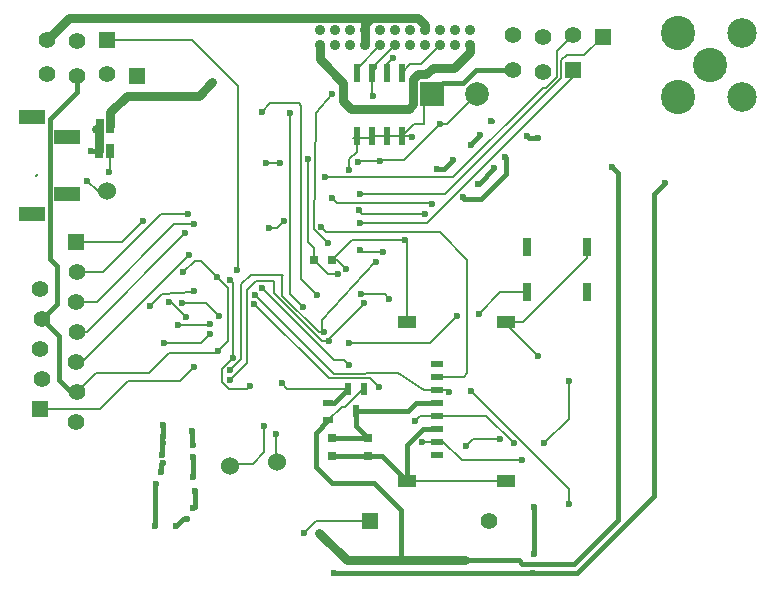
<source format=gbl>
G04 #@! TF.FileFunction,Copper,L2,Bot,Signal*
%FSLAX46Y46*%
G04 Gerber Fmt 4.6, Leading zero omitted, Abs format (unit mm)*
G04 Created by KiCad (PCBNEW (after 2015-may-01 BZR unknown)-product) date Sun 10 May 2015 22:33:08 EDT*
%MOMM*%
G01*
G04 APERTURE LIST*
%ADD10C,0.100000*%
%ADD11R,1.049020X0.599440*%
%ADD12R,1.501140X1.049020*%
%ADD13R,0.750000X0.800000*%
%ADD14C,1.998980*%
%ADD15R,1.998980X1.998980*%
%ADD16R,0.635000X1.270000*%
%ADD17R,1.397000X1.397000*%
%ADD18C,1.397000*%
%ADD19C,0.900000*%
%ADD20R,0.600000X1.550000*%
%ADD21R,2.301240X1.300480*%
%ADD22R,2.202180X1.300480*%
%ADD23C,2.900000*%
%ADD24C,2.500000*%
%ADD25R,0.599440X1.000760*%
%ADD26R,0.900000X0.500000*%
%ADD27R,0.762000X1.524000*%
%ADD28C,1.524000*%
%ADD29R,0.800000X0.750000*%
%ADD30R,1.400000X1.400000*%
%ADD31C,1.400000*%
%ADD32C,0.600000*%
%ADD33C,0.152400*%
%ADD34C,0.400000*%
%ADD35C,0.200000*%
%ADD36C,0.800000*%
G04 APERTURE END LIST*
D10*
D11*
X176830880Y-68955080D03*
X176830880Y-70054900D03*
X176830880Y-71154720D03*
X176830880Y-72254540D03*
X176830880Y-73354360D03*
X176830880Y-74454180D03*
X176830880Y-75554000D03*
X176830880Y-76653820D03*
D12*
X174301040Y-65399080D03*
X174301040Y-78850920D03*
X182700820Y-65399080D03*
X182700820Y-78850920D03*
D13*
X168000000Y-76750000D03*
X168000000Y-75250000D03*
X171000000Y-76750000D03*
X171000000Y-75250000D03*
D14*
X180260000Y-46100000D03*
D15*
X176450000Y-46100000D03*
D16*
X148300420Y-48800000D03*
X149199580Y-48800000D03*
X148250420Y-50950000D03*
X149149580Y-50950000D03*
D17*
X188390000Y-44089040D03*
D18*
X185850000Y-44210960D03*
X183310000Y-44089040D03*
D17*
X148940000Y-41539040D03*
D18*
X146400000Y-41660960D03*
X143860000Y-41539040D03*
X148920000Y-44439040D03*
X146380000Y-44560960D03*
D17*
X151460000Y-44560960D03*
D18*
X143840000Y-44439040D03*
X188370000Y-41139040D03*
X185830000Y-41260960D03*
D17*
X190910000Y-41260960D03*
D18*
X183290000Y-41139040D03*
D17*
X143289040Y-72780000D03*
D18*
X143410960Y-70240000D03*
X143289040Y-67700000D03*
X143410960Y-65160000D03*
X143289040Y-62620000D03*
X146410960Y-61170000D03*
X146289040Y-63710000D03*
X146410960Y-66250000D03*
X146289040Y-68790000D03*
X146410960Y-71330000D03*
D17*
X146289040Y-58630000D03*
D18*
X146289040Y-73870000D03*
D19*
X166920000Y-40730000D03*
X168190000Y-40730000D03*
X169460000Y-40730000D03*
X170730000Y-40730000D03*
X172000000Y-40730000D03*
X173270000Y-40730000D03*
X174540000Y-40730000D03*
X175810000Y-40730000D03*
X177080000Y-40730000D03*
X178350000Y-40730000D03*
X179620000Y-40730000D03*
X179620000Y-42000000D03*
X178350000Y-42000000D03*
X177080000Y-42000000D03*
X175810000Y-42000000D03*
X174540000Y-42000000D03*
X173270000Y-42000000D03*
X172000000Y-42000000D03*
X170730000Y-42000000D03*
X169460000Y-42000000D03*
X168190000Y-42000000D03*
X166920000Y-42000000D03*
D20*
X173855000Y-49700000D03*
X172585000Y-49700000D03*
X171315000Y-49700000D03*
X170045000Y-49700000D03*
X170045000Y-44300000D03*
X171315000Y-44300000D03*
X172585000Y-44300000D03*
X173855000Y-44300000D03*
D21*
X142575000Y-48075440D03*
D22*
X145574740Y-49774700D03*
D21*
X142575000Y-56274560D03*
D22*
X145574740Y-54575300D03*
D23*
X200000000Y-43650000D03*
D24*
X202700020Y-40949980D03*
D23*
X197299980Y-40949980D03*
X197299980Y-46350020D03*
D24*
X202700020Y-46350020D03*
D25*
X170650240Y-71050040D03*
X169349760Y-71050040D03*
X170000000Y-72949960D03*
D26*
X167650000Y-72250000D03*
X167650000Y-73750000D03*
D27*
X184460000Y-62905000D03*
X189540000Y-62905000D03*
X184460000Y-59095000D03*
X189540000Y-59095000D03*
D28*
X163350000Y-77250000D03*
X159375000Y-77575000D03*
X148925000Y-54350000D03*
D29*
X166450000Y-60200000D03*
X167950000Y-60200000D03*
D30*
X171225000Y-82275000D03*
D31*
X181225000Y-82275000D03*
D32*
X156150000Y-74625000D03*
X156200000Y-75850000D03*
X156200000Y-76875000D03*
X156200000Y-78525000D03*
X156350000Y-79725000D03*
X156225000Y-81175000D03*
X155700000Y-82075000D03*
X154725000Y-82725000D03*
X153000000Y-82675000D03*
X153075000Y-79100000D03*
X153525000Y-78150000D03*
X153625000Y-77325000D03*
X153550000Y-76650000D03*
X153625000Y-75700000D03*
X153700000Y-75150000D03*
X153675000Y-74175000D03*
X161050000Y-70800000D03*
X185425000Y-68325000D03*
X185025000Y-86700000D03*
X185100000Y-85100000D03*
X185100000Y-81100000D03*
X196200000Y-53625000D03*
X168150000Y-86650000D03*
X173100000Y-43050000D03*
X174775000Y-49750000D03*
X169425000Y-52550000D03*
X159325000Y-61850000D03*
X159575000Y-68425000D03*
X169175000Y-60950000D03*
X174150000Y-58450000D03*
X181425000Y-48400000D03*
X180500000Y-49625000D03*
X179750000Y-50450000D03*
X181725000Y-52400000D03*
X180350000Y-53700000D03*
X178250000Y-51725000D03*
X176900000Y-52500000D03*
X179050000Y-54850000D03*
X182625000Y-51425000D03*
X184500000Y-49675000D03*
X185375000Y-49800000D03*
X172825000Y-63450000D03*
X170400000Y-63075000D03*
X170350000Y-59350000D03*
X172300000Y-59450000D03*
X191700000Y-52275000D03*
X179250000Y-85575000D03*
X166875000Y-83275000D03*
X163575000Y-51975000D03*
X162375000Y-51925000D03*
X165925000Y-51575000D03*
X155375000Y-61225000D03*
X158225000Y-61575000D03*
X170200000Y-51850000D03*
X172050000Y-51800000D03*
X177100000Y-48650000D03*
X168500000Y-61375000D03*
X158325000Y-67850000D03*
X179350000Y-75950000D03*
X182200000Y-75350000D03*
X167050000Y-57400000D03*
X161425000Y-63100000D03*
X177875000Y-71350000D03*
X183350000Y-75675000D03*
X174975000Y-73825000D03*
X169450000Y-69050000D03*
X162075000Y-62550000D03*
X175600000Y-75575000D03*
X171925000Y-70925000D03*
X161400000Y-63900000D03*
X188025000Y-70450000D03*
X185950000Y-75700000D03*
X184075000Y-77125000D03*
X147525000Y-50925000D03*
X157850000Y-45125000D03*
X158400000Y-64925000D03*
X155250000Y-63800000D03*
X149100000Y-52725000D03*
X188390000Y-44089040D03*
X170350000Y-57000000D03*
X159950000Y-61050000D03*
X167400000Y-53150000D03*
X170300000Y-54600000D03*
X156250000Y-69225000D03*
X153750000Y-67225000D03*
X157650000Y-66425000D03*
X154950000Y-65650000D03*
X157625000Y-65625000D03*
X155775000Y-56275000D03*
X156325000Y-57150000D03*
X155550000Y-57900000D03*
X155875000Y-59725000D03*
X151975000Y-56875000D03*
X166725000Y-63150000D03*
X162025000Y-47600000D03*
X165525000Y-64125000D03*
X164450000Y-47725000D03*
X167600000Y-58750000D03*
X168000000Y-46075000D03*
X167975000Y-54925000D03*
X176450000Y-55450000D03*
X170250000Y-55950000D03*
X175875000Y-56250000D03*
X179750000Y-71300000D03*
X188000000Y-80800000D03*
X155650000Y-65025000D03*
X154150000Y-63750000D03*
X159375000Y-70325000D03*
X171475000Y-46250000D03*
X170650000Y-63800000D03*
X167700000Y-67000000D03*
X159350000Y-69475000D03*
X171700000Y-60350000D03*
X167300000Y-66250000D03*
X163725000Y-70575000D03*
X162650000Y-57450000D03*
X163900000Y-56900000D03*
X169400000Y-67225000D03*
X178550000Y-64925000D03*
X180375000Y-64750000D03*
X156325000Y-62800000D03*
X152600000Y-64025000D03*
X162250000Y-74250000D03*
X163200000Y-74900000D03*
X147250000Y-53450000D03*
X165600000Y-83300000D03*
D33*
X143050000Y-52900000D02*
X142900000Y-53050000D01*
D34*
X156150000Y-75800000D02*
X156150000Y-74625000D01*
X156200000Y-75850000D02*
X156150000Y-75800000D01*
X156200000Y-78525000D02*
X156200000Y-76875000D01*
X156350000Y-81050000D02*
X156350000Y-79725000D01*
X156225000Y-81175000D02*
X156350000Y-81050000D01*
X155375000Y-82075000D02*
X155700000Y-82075000D01*
X154725000Y-82725000D02*
X155375000Y-82075000D01*
X153000000Y-79175000D02*
X153000000Y-82675000D01*
X153075000Y-79100000D02*
X153000000Y-79175000D01*
X153525000Y-77425000D02*
X153525000Y-78150000D01*
X153625000Y-77325000D02*
X153525000Y-77425000D01*
X153550000Y-75775000D02*
X153550000Y-76650000D01*
X153625000Y-75700000D02*
X153550000Y-75775000D01*
X153700000Y-74200000D02*
X153700000Y-75150000D01*
X153675000Y-74175000D02*
X153700000Y-74200000D01*
D35*
X158625000Y-69375000D02*
X159575000Y-68425000D01*
X158625000Y-70475000D02*
X158625000Y-69375000D01*
X159225000Y-71075000D02*
X158625000Y-70475000D01*
X160775000Y-71075000D02*
X159225000Y-71075000D01*
X161050000Y-70800000D02*
X160775000Y-71075000D01*
X182700820Y-78850920D02*
X174301040Y-78850920D01*
X174301040Y-65399080D02*
X174301040Y-58601040D01*
X174301040Y-58601040D02*
X174150000Y-58450000D01*
X182700820Y-65399080D02*
X184175920Y-65399080D01*
X189540000Y-60035000D02*
X189540000Y-59095000D01*
X184175920Y-65399080D02*
X189540000Y-60035000D01*
X185425000Y-68325000D02*
X182700820Y-65600820D01*
X182700820Y-65600820D02*
X182700820Y-65399080D01*
D34*
X174301040Y-78850920D02*
X174301040Y-75848960D01*
X175695820Y-74454180D02*
X176830880Y-74454180D01*
X174301040Y-75848960D02*
X175695820Y-74454180D01*
X168000000Y-76750000D02*
X171000000Y-76750000D01*
X171000000Y-76750000D02*
X172200120Y-76750000D01*
X172200120Y-76750000D02*
X174301040Y-78850920D01*
X185100000Y-81100000D02*
X185100000Y-85100000D01*
X185025000Y-86700000D02*
X185025000Y-86650000D01*
X196200000Y-53625000D02*
X195225000Y-54600000D01*
X195225000Y-54600000D02*
X195225000Y-80125000D01*
X195225000Y-80125000D02*
X188700000Y-86650000D01*
X188700000Y-86650000D02*
X185025000Y-86650000D01*
X185025000Y-86650000D02*
X168150000Y-86650000D01*
D35*
X173100000Y-43050000D02*
X172585000Y-43565000D01*
X172585000Y-43565000D02*
X172585000Y-44300000D01*
D33*
X174725000Y-49700000D02*
X173855000Y-49700000D01*
X174775000Y-49750000D02*
X174725000Y-49700000D01*
X170045000Y-49700000D02*
X170045000Y-51030000D01*
X169425000Y-51650000D02*
X169425000Y-52550000D01*
X170045000Y-51030000D02*
X169425000Y-51650000D01*
D35*
X159325000Y-61850000D02*
X159600000Y-62125000D01*
X159600000Y-62125000D02*
X159575000Y-68425000D01*
D36*
X143860000Y-41539040D02*
X143860000Y-41515000D01*
X143860000Y-41515000D02*
X145675000Y-39700000D01*
X145675000Y-39700000D02*
X171250000Y-39700000D01*
X170730000Y-42000000D02*
X170730000Y-40730000D01*
X170730000Y-40730000D02*
X170750000Y-40710000D01*
X175810000Y-40260000D02*
X175810000Y-40730000D01*
X170750000Y-40200000D02*
X171250000Y-39700000D01*
X170750000Y-40710000D02*
X170750000Y-40200000D01*
X175250000Y-39700000D02*
X175750000Y-40200000D01*
X175200000Y-39700000D02*
X175250000Y-39700000D01*
X171250000Y-39700000D02*
X175200000Y-39700000D01*
X175750000Y-40200000D02*
X175810000Y-40260000D01*
D35*
X171000000Y-76750000D02*
X171050000Y-76700000D01*
X168000000Y-76750000D02*
X167750000Y-77000000D01*
X172800000Y-44515000D02*
X172800000Y-45000000D01*
X172585000Y-44300000D02*
X172800000Y-44515000D01*
X174905000Y-48650000D02*
X173855000Y-49700000D01*
X175750000Y-46800000D02*
X175750000Y-48650000D01*
X175750000Y-48650000D02*
X174905000Y-48650000D01*
X176440000Y-46110000D02*
X175750000Y-46800000D01*
X173855000Y-49700000D02*
X172585000Y-49700000D01*
X172585000Y-49700000D02*
X171315000Y-49700000D01*
X169750000Y-49800000D02*
X170045000Y-49700000D01*
X171215000Y-49800000D02*
X169750000Y-49800000D01*
X171315000Y-49700000D02*
X171215000Y-49800000D01*
X169075000Y-60850000D02*
X168550000Y-60325000D01*
X169075000Y-60950000D02*
X169075000Y-60850000D01*
X169175000Y-60950000D02*
X169075000Y-60950000D01*
X168425000Y-60200000D02*
X167950000Y-60200000D01*
X168550000Y-60325000D02*
X168425000Y-60200000D01*
X169700000Y-58450000D02*
X174150000Y-58450000D01*
X167950000Y-60200000D02*
X169700000Y-58450000D01*
D34*
X177375000Y-45175000D02*
X176450000Y-46100000D01*
X180160960Y-44089040D02*
X179075000Y-45175000D01*
X179075000Y-45175000D02*
X177375000Y-45175000D01*
X183310000Y-44089040D02*
X180160960Y-44089040D01*
X181425000Y-48400000D02*
X181475000Y-48400000D01*
X180500000Y-49625000D02*
X179750000Y-50375000D01*
X179750000Y-50375000D02*
X179750000Y-50450000D01*
X181725000Y-52400000D02*
X180425000Y-53700000D01*
X180425000Y-53700000D02*
X180350000Y-53700000D01*
X178250000Y-51725000D02*
X177475000Y-52500000D01*
X177475000Y-52500000D02*
X176900000Y-52500000D01*
X179050000Y-54850000D02*
X179175000Y-54975000D01*
X179175000Y-54975000D02*
X180625000Y-54975000D01*
X180625000Y-54975000D02*
X182700000Y-52900000D01*
X182700000Y-52900000D02*
X182700000Y-51500000D01*
X182700000Y-51500000D02*
X182625000Y-51425000D01*
X184500000Y-49675000D02*
X184625000Y-49800000D01*
X184625000Y-49800000D02*
X185375000Y-49800000D01*
D35*
X172450000Y-63075000D02*
X172825000Y-63450000D01*
X170400000Y-63075000D02*
X172450000Y-63075000D01*
X170450000Y-59450000D02*
X170350000Y-59350000D01*
X172300000Y-59450000D02*
X170450000Y-59450000D01*
D34*
X146380000Y-44560960D02*
X146380000Y-45920000D01*
X144650000Y-63920960D02*
X143410960Y-65160000D01*
X144650000Y-60675000D02*
X144650000Y-63920960D01*
X144100000Y-60125000D02*
X144650000Y-60675000D01*
X144100000Y-48200000D02*
X144100000Y-60125000D01*
X146380000Y-45920000D02*
X144100000Y-48200000D01*
X173850000Y-85600000D02*
X173850000Y-81350000D01*
X166600000Y-74800000D02*
X167650000Y-73750000D01*
X166600000Y-77675000D02*
X166600000Y-74800000D01*
X167975000Y-79050000D02*
X166600000Y-77675000D01*
X171550000Y-79050000D02*
X167975000Y-79050000D01*
X173850000Y-81350000D02*
X171550000Y-79050000D01*
X179250000Y-85575000D02*
X183775000Y-85575000D01*
X192200000Y-52775000D02*
X191700000Y-52275000D01*
X192200000Y-82175000D02*
X192200000Y-52775000D01*
X188500000Y-85875000D02*
X192200000Y-82175000D01*
X184075000Y-85875000D02*
X188500000Y-85875000D01*
X183775000Y-85575000D02*
X184075000Y-85875000D01*
D36*
X179225000Y-85600000D02*
X179250000Y-85575000D01*
X169200000Y-85600000D02*
X173850000Y-85600000D01*
X173850000Y-85600000D02*
X179225000Y-85600000D01*
X166875000Y-83275000D02*
X169200000Y-85600000D01*
D35*
X170650240Y-71050040D02*
X170599960Y-71050040D01*
X170599960Y-71050040D02*
X169050000Y-72600000D01*
X168800000Y-72600000D02*
X167650000Y-73750000D01*
X169050000Y-72600000D02*
X168800000Y-72600000D01*
D34*
X146410960Y-71330000D02*
X145855000Y-71330000D01*
X144850000Y-66599040D02*
X143410960Y-65160000D01*
X144850000Y-70325000D02*
X144850000Y-66599040D01*
X145855000Y-71330000D02*
X144850000Y-70325000D01*
X143410960Y-65160000D02*
X143410960Y-64789040D01*
X146410960Y-71330000D02*
X146410960Y-71464040D01*
D33*
X162425000Y-51975000D02*
X163575000Y-51975000D01*
X162375000Y-51925000D02*
X162425000Y-51975000D01*
X166450000Y-60200000D02*
X166450000Y-59150000D01*
X165925000Y-58625000D02*
X165925000Y-51575000D01*
X166450000Y-59150000D02*
X165925000Y-58625000D01*
X158225000Y-61575000D02*
X156875000Y-60225000D01*
X156375000Y-60225000D02*
X155375000Y-61225000D01*
X156875000Y-60225000D02*
X156375000Y-60225000D01*
D36*
X146400000Y-44540960D02*
X146380000Y-44560960D01*
D34*
X146400000Y-41660960D02*
X146400000Y-41225000D01*
X146380000Y-41680960D02*
X146400000Y-41660960D01*
D35*
X146410960Y-71889040D02*
X146410960Y-71330000D01*
X175530000Y-43550000D02*
X177080000Y-42000000D01*
X174605000Y-43550000D02*
X175530000Y-43550000D01*
X173855000Y-44300000D02*
X174605000Y-43550000D01*
X170250000Y-51800000D02*
X170200000Y-51850000D01*
X172050000Y-51800000D02*
X170250000Y-51800000D01*
X177710000Y-48650000D02*
X180250000Y-46110000D01*
X177100000Y-48650000D02*
X177710000Y-48650000D01*
X172100000Y-51700000D02*
X172050000Y-51800000D01*
X174050000Y-51700000D02*
X172100000Y-51700000D01*
X177100000Y-48650000D02*
X174050000Y-51700000D01*
X167625000Y-61375000D02*
X166450000Y-60200000D01*
X168500000Y-61375000D02*
X167625000Y-61375000D01*
X154175000Y-68025000D02*
X152450000Y-69750000D01*
X152450000Y-69750000D02*
X147990960Y-69750000D01*
X147990960Y-69750000D02*
X146410960Y-71330000D01*
D33*
X158300000Y-67875000D02*
X158150000Y-68025000D01*
D35*
X159175000Y-67000000D02*
X158325000Y-67850000D01*
X159175000Y-62525000D02*
X159175000Y-67000000D01*
X158225000Y-61575000D02*
X159175000Y-62525000D01*
X158150000Y-68025000D02*
X154175000Y-68025000D01*
D34*
X170000000Y-72949960D02*
X174425040Y-72949960D01*
X175120460Y-72254540D02*
X176830880Y-72254540D01*
X174425040Y-72949960D02*
X175120460Y-72254540D01*
X170000000Y-72949960D02*
X170000000Y-74250000D01*
X170000000Y-74250000D02*
X171000000Y-75250000D01*
X171000000Y-75250000D02*
X168000000Y-75250000D01*
D35*
X170000000Y-73250000D02*
X170000000Y-72949960D01*
X170000000Y-72949960D02*
X170200040Y-73150000D01*
X179950000Y-75350000D02*
X179350000Y-75950000D01*
X182200000Y-75350000D02*
X179950000Y-75350000D01*
X176830880Y-70054900D02*
X179120100Y-70054900D01*
X167475000Y-57825000D02*
X167050000Y-57400000D01*
X177100000Y-57825000D02*
X167475000Y-57825000D01*
X179425000Y-60150000D02*
X177100000Y-57825000D01*
X179425000Y-69750000D02*
X179425000Y-60150000D01*
X179120100Y-70054900D02*
X179425000Y-69750000D01*
X161425000Y-63100000D02*
X168100000Y-69825000D01*
X168100000Y-69825000D02*
X173600000Y-69775000D01*
X173600000Y-69775000D02*
X175754720Y-71154720D01*
X175754720Y-71154720D02*
X176830880Y-71154720D01*
X177679720Y-71154720D02*
X176830880Y-71154720D01*
X177875000Y-71350000D02*
X177679720Y-71154720D01*
X181029360Y-73354360D02*
X176830880Y-73354360D01*
X183350000Y-75675000D02*
X181029360Y-73354360D01*
X168125000Y-68600000D02*
X169000000Y-68600000D01*
X175445640Y-73354360D02*
X176830880Y-73354360D01*
X174975000Y-73825000D02*
X175445640Y-73354360D01*
X169000000Y-68600000D02*
X169450000Y-69050000D01*
X162075000Y-62550000D02*
X168125000Y-68600000D01*
X168125000Y-68600000D02*
X168150000Y-68600000D01*
X175621000Y-75554000D02*
X176830880Y-75554000D01*
X175600000Y-75575000D02*
X175621000Y-75554000D01*
X171200000Y-70200000D02*
X171925000Y-70925000D01*
X167700000Y-70200000D02*
X171200000Y-70200000D01*
X161400000Y-63900000D02*
X167700000Y-70200000D01*
X176830880Y-75554000D02*
X177404000Y-75554000D01*
X188025000Y-73625000D02*
X188025000Y-70450000D01*
X185950000Y-75700000D02*
X188025000Y-73625000D01*
X178975000Y-77125000D02*
X184075000Y-77125000D01*
X177404000Y-75554000D02*
X178975000Y-77125000D01*
D36*
X148250420Y-50950000D02*
X148250420Y-49025420D01*
X148250420Y-49025420D02*
X148225840Y-49050000D01*
X148225840Y-49050000D02*
X147975000Y-49050000D01*
D34*
X147550000Y-50950000D02*
X148250420Y-50950000D01*
X147525000Y-50925000D02*
X147550000Y-50950000D01*
D33*
X148250420Y-48850000D02*
X148300420Y-48800000D01*
D36*
X179620000Y-42000000D02*
X179620000Y-42555000D01*
X166920000Y-43145000D02*
X166920000Y-42000000D01*
X168925000Y-45150000D02*
X166920000Y-43145000D01*
X168925000Y-46725000D02*
X168925000Y-45150000D01*
X169575000Y-47375000D02*
X168925000Y-46725000D01*
X174450000Y-47375000D02*
X169575000Y-47375000D01*
X174825000Y-47000000D02*
X174450000Y-47375000D01*
X174825000Y-44875000D02*
X174825000Y-47000000D01*
X175250000Y-44450000D02*
X174825000Y-44875000D01*
X175950000Y-44450000D02*
X175250000Y-44450000D01*
X176500000Y-43900000D02*
X175950000Y-44450000D01*
X178275000Y-43900000D02*
X176500000Y-43900000D01*
X179620000Y-42555000D02*
X178275000Y-43900000D01*
X149199580Y-48800000D02*
X149199580Y-47625420D01*
X156725000Y-46250000D02*
X157850000Y-45125000D01*
X150575000Y-46250000D02*
X156725000Y-46250000D01*
X149199580Y-47625420D02*
X150575000Y-46250000D01*
D33*
X158400000Y-64925000D02*
X157275000Y-63800000D01*
X157275000Y-63800000D02*
X155250000Y-63800000D01*
X149100000Y-52725000D02*
X149149580Y-52675420D01*
X149149580Y-52675420D02*
X149149580Y-50950000D01*
D35*
X188340000Y-44710000D02*
X176800000Y-56250000D01*
X188390000Y-44710000D02*
X188340000Y-44710000D01*
X188390000Y-44089040D02*
X188390000Y-44710000D01*
X176050000Y-57000000D02*
X170350000Y-57000000D01*
X176800000Y-56250000D02*
X176050000Y-57000000D01*
D33*
X159950000Y-61050000D02*
X160025000Y-60975000D01*
X160025000Y-60975000D02*
X160025000Y-45425000D01*
X160025000Y-45425000D02*
X156139040Y-41539040D01*
X156139040Y-41539040D02*
X148940000Y-41539040D01*
D35*
X186250000Y-45400000D02*
X186250000Y-45400000D01*
X186995970Y-44654030D02*
X186250000Y-45400000D01*
X186997598Y-44654030D02*
X186995970Y-44654030D01*
X186997598Y-42511442D02*
X186997598Y-44654030D01*
X188370000Y-41139040D02*
X186997598Y-42511442D01*
X186050000Y-45600000D02*
X185800000Y-45600000D01*
X186250000Y-45400000D02*
X186050000Y-45600000D01*
X178250000Y-53150000D02*
X167400000Y-53150000D01*
X185800000Y-45600000D02*
X178250000Y-53150000D01*
X187850000Y-42850000D02*
X187350000Y-43200000D01*
X189320960Y-42850000D02*
X187850000Y-42850000D01*
X190910000Y-41260960D02*
X189320960Y-42850000D01*
X187350000Y-43650000D02*
X187350000Y-44800000D01*
X187350000Y-43200000D02*
X187350000Y-43650000D01*
X177550000Y-54600000D02*
X170300000Y-54600000D01*
X187350000Y-44800000D02*
X177550000Y-54600000D01*
X148345000Y-72780000D02*
X150725000Y-70400000D01*
X150725000Y-70400000D02*
X155075000Y-70400000D01*
X155075000Y-70400000D02*
X156250000Y-69225000D01*
X143289040Y-72780000D02*
X148345000Y-72780000D01*
X156850000Y-67225000D02*
X153750000Y-67225000D01*
X157650000Y-66425000D02*
X156850000Y-67225000D01*
X157600000Y-65650000D02*
X154950000Y-65650000D01*
X157625000Y-65625000D02*
X157600000Y-65650000D01*
X146410960Y-61170000D02*
X148580000Y-61170000D01*
X153475000Y-56275000D02*
X155775000Y-56275000D01*
X148580000Y-61170000D02*
X153475000Y-56275000D01*
X146289040Y-63710000D02*
X148040000Y-63710000D01*
X154600000Y-57150000D02*
X156325000Y-57150000D01*
X148040000Y-63710000D02*
X154600000Y-57150000D01*
X146410960Y-66250000D02*
X147200000Y-66250000D01*
X147200000Y-66250000D02*
X155550000Y-57900000D01*
X146289040Y-68790000D02*
X146810000Y-68790000D01*
X146810000Y-68790000D02*
X155875000Y-59725000D01*
X151975000Y-56875000D02*
X150220000Y-58630000D01*
X150220000Y-58630000D02*
X146289040Y-58630000D01*
D33*
X166725000Y-63150000D02*
X165375000Y-61800000D01*
X165375000Y-61800000D02*
X165375000Y-47100000D01*
X165375000Y-47100000D02*
X165175000Y-46900000D01*
X165175000Y-46900000D02*
X162725000Y-46900000D01*
X162725000Y-46900000D02*
X162025000Y-47600000D01*
X165525000Y-64125000D02*
X164450000Y-63050000D01*
X164450000Y-63050000D02*
X164450000Y-47725000D01*
X166425000Y-57575000D02*
X167600000Y-58750000D01*
X166575000Y-47700000D02*
X166425000Y-57575000D01*
X168000000Y-46075000D02*
X166575000Y-47700000D01*
X168375000Y-55325000D02*
X167975000Y-54925000D01*
X176325000Y-55325000D02*
X168375000Y-55325000D01*
X176450000Y-55450000D02*
X176325000Y-55325000D01*
X170250000Y-55950000D02*
X170550000Y-56250000D01*
X170550000Y-56250000D02*
X175875000Y-56250000D01*
X188000000Y-79550000D02*
X179750000Y-71300000D01*
X188000000Y-79600000D02*
X188000000Y-79550000D01*
X188000000Y-80800000D02*
X188000000Y-79600000D01*
X155650000Y-65025000D02*
X154375000Y-63750000D01*
X154375000Y-63750000D02*
X154150000Y-63750000D01*
D35*
X167700000Y-67000000D02*
X167100000Y-67000000D01*
X160800000Y-68900000D02*
X159375000Y-70325000D01*
X160800000Y-62700000D02*
X160800000Y-68900000D01*
X161575000Y-61925000D02*
X160800000Y-62700000D01*
X163025000Y-61925000D02*
X161575000Y-61925000D01*
X163100000Y-62000000D02*
X163025000Y-61925000D01*
X163100000Y-63000000D02*
X163100000Y-62000000D01*
X167100000Y-67000000D02*
X163100000Y-63000000D01*
X171315000Y-46090000D02*
X171315000Y-44300000D01*
X171475000Y-46250000D02*
X171315000Y-46090000D01*
X170600000Y-63950000D02*
X168750000Y-65800000D01*
X170600000Y-63900000D02*
X170600000Y-63950000D01*
X170650000Y-63900000D02*
X170600000Y-63900000D01*
X170650000Y-63800000D02*
X170650000Y-63900000D01*
X167700000Y-66850000D02*
X167700000Y-67000000D01*
X168750000Y-65800000D02*
X167700000Y-66850000D01*
X171724186Y-43545814D02*
X173270000Y-42000000D01*
X171315000Y-44300000D02*
X171724186Y-43890814D01*
X171724186Y-43890814D02*
X171724186Y-43545814D01*
X166850000Y-66250000D02*
X163775000Y-63175000D01*
X163775000Y-63175000D02*
X163775000Y-61450000D01*
X163775000Y-61450000D02*
X163825000Y-61400000D01*
X166850000Y-66250000D02*
X167300000Y-66250000D01*
X161100000Y-61400000D02*
X163825000Y-61400000D01*
X160300000Y-62200000D02*
X161100000Y-61400000D01*
X160300000Y-68525000D02*
X160300000Y-62200000D01*
X159350000Y-69475000D02*
X160300000Y-68525000D01*
X171700000Y-60350000D02*
X171650000Y-60350000D01*
X171650000Y-60350000D02*
X167100000Y-65250000D01*
X167100000Y-65250000D02*
X167100000Y-66050000D01*
X167100000Y-66050000D02*
X167300000Y-66250000D01*
X170045000Y-43955000D02*
X170045000Y-44300000D01*
X172000000Y-42000000D02*
X170045000Y-43955000D01*
X169349760Y-71050040D02*
X164200040Y-71050040D01*
X164200040Y-71050040D02*
X163725000Y-70575000D01*
D34*
X167650000Y-72250000D02*
X168149800Y-72250000D01*
X168149800Y-72250000D02*
X169349760Y-71050040D01*
D33*
X162650000Y-57450000D02*
X163350000Y-57450000D01*
X163350000Y-57450000D02*
X163900000Y-56900000D01*
D35*
X184460000Y-62905000D02*
X182220000Y-62905000D01*
X176250000Y-67225000D02*
X169400000Y-67225000D01*
X178550000Y-64925000D02*
X176250000Y-67225000D01*
X182220000Y-62905000D02*
X180375000Y-64750000D01*
D33*
X156325000Y-62800000D02*
X156225000Y-62900000D01*
X156225000Y-62900000D02*
X153550000Y-63075000D01*
X153550000Y-63075000D02*
X152600000Y-64025000D01*
D35*
X159550000Y-77400000D02*
X161300000Y-77400000D01*
D33*
X162250000Y-74250000D02*
X162250000Y-76450000D01*
X162250000Y-76450000D02*
X161300000Y-77400000D01*
D35*
X159550000Y-77400000D02*
X159375000Y-77575000D01*
D33*
X163200000Y-77100000D02*
X163200000Y-74900000D01*
X163350000Y-77250000D02*
X163200000Y-77100000D01*
D35*
X148150000Y-54350000D02*
X148925000Y-54350000D01*
X147250000Y-53450000D02*
X148150000Y-54350000D01*
X171225000Y-82275000D02*
X166625000Y-82275000D01*
X166625000Y-82275000D02*
X165600000Y-83300000D01*
M02*

</source>
